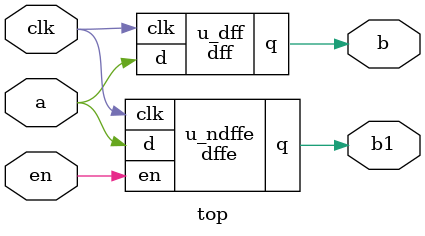
<source format=v>
module dff
    ( input d, clk, output reg q );
	always @( posedge clk )
            q <= d;
endmodule

module dffe
    ( input d, clk, en, output reg q );
    initial begin
      q = 0;
    end
	always @( posedge clk )
		if ( en )
			q <= d;
endmodule

module top (
input clk,
input en,
input a,
output b,b1,
);

dff u_dff (
        .clk (clk ),
        .d (a ),
        .q (b )
    );

dffe u_ndffe (
        .clk (clk ),
        .en (en),
        .d (a ),
        .q (b1 )
    );

endmodule

</source>
